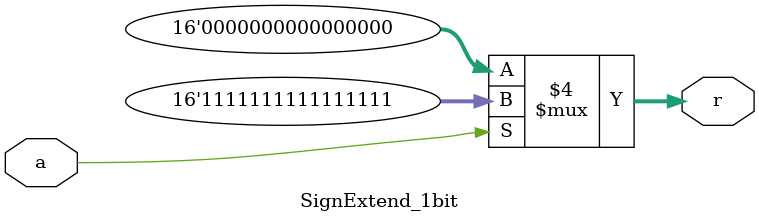
<source format=v>
`timescale 1ns / 1ps
module SignExtend_1bit(
input a,
output reg [15:0] r
    );
	 always @ (a, r)
	 begin
	if(a == 0) r = 16'h0000;
	else r = 16'hFFFF;
	end

endmodule

</source>
